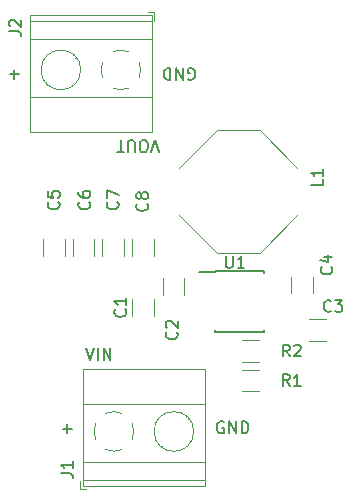
<source format=gbr>
%TF.GenerationSoftware,KiCad,Pcbnew,(5.99.0-10209-gdc0cf3b802)*%
%TF.CreationDate,2021-04-10T19:11:07+02:00*%
%TF.ProjectId,BUCK_LMR33630,4255434b-5f4c-44d5-9233-333633302e6b,rev?*%
%TF.SameCoordinates,Original*%
%TF.FileFunction,Legend,Top*%
%TF.FilePolarity,Positive*%
%FSLAX46Y46*%
G04 Gerber Fmt 4.6, Leading zero omitted, Abs format (unit mm)*
G04 Created by KiCad (PCBNEW (5.99.0-10209-gdc0cf3b802)) date 2021-04-10 19:11:07*
%MOMM*%
%LPD*%
G01*
G04 APERTURE LIST*
%ADD10C,0.150000*%
%ADD11C,0.120000*%
G04 APERTURE END LIST*
D10*
X126738095Y-94504500D02*
X126642857Y-94456880D01*
X126500000Y-94456880D01*
X126357142Y-94504500D01*
X126261904Y-94599738D01*
X126214285Y-94694976D01*
X126166666Y-94885452D01*
X126166666Y-95028309D01*
X126214285Y-95218785D01*
X126261904Y-95314023D01*
X126357142Y-95409261D01*
X126500000Y-95456880D01*
X126595238Y-95456880D01*
X126738095Y-95409261D01*
X126785714Y-95361642D01*
X126785714Y-95028309D01*
X126595238Y-95028309D01*
X127214285Y-95456880D02*
X127214285Y-94456880D01*
X127785714Y-95456880D01*
X127785714Y-94456880D01*
X128261904Y-95456880D02*
X128261904Y-94456880D01*
X128500000Y-94456880D01*
X128642857Y-94504500D01*
X128738095Y-94599738D01*
X128785714Y-94694976D01*
X128833333Y-94885452D01*
X128833333Y-95028309D01*
X128785714Y-95218785D01*
X128738095Y-95314023D01*
X128642857Y-95409261D01*
X128500000Y-95456880D01*
X128261904Y-95456880D01*
X121261904Y-71657619D02*
X120928571Y-70657619D01*
X120595238Y-71657619D01*
X120071428Y-71657619D02*
X119880952Y-71657619D01*
X119785714Y-71610000D01*
X119690476Y-71514761D01*
X119642857Y-71324285D01*
X119642857Y-70990952D01*
X119690476Y-70800476D01*
X119785714Y-70705238D01*
X119880952Y-70657619D01*
X120071428Y-70657619D01*
X120166666Y-70705238D01*
X120261904Y-70800476D01*
X120309523Y-70990952D01*
X120309523Y-71324285D01*
X120261904Y-71514761D01*
X120166666Y-71610000D01*
X120071428Y-71657619D01*
X119214285Y-71657619D02*
X119214285Y-70848095D01*
X119166666Y-70752857D01*
X119119047Y-70705238D01*
X119023809Y-70657619D01*
X118833333Y-70657619D01*
X118738095Y-70705238D01*
X118690476Y-70752857D01*
X118642857Y-70848095D01*
X118642857Y-71657619D01*
X118309523Y-71657619D02*
X117738095Y-71657619D01*
X118023809Y-70657619D02*
X118023809Y-71657619D01*
X115104761Y-88247380D02*
X115438095Y-89247380D01*
X115771428Y-88247380D01*
X116104761Y-89247380D02*
X116104761Y-88247380D01*
X116580952Y-89247380D02*
X116580952Y-88247380D01*
X117152380Y-89247380D01*
X117152380Y-88247380D01*
X113119047Y-95071428D02*
X113880952Y-95071428D01*
X113500000Y-95452380D02*
X113500000Y-94690476D01*
X108619047Y-65071428D02*
X109380952Y-65071428D01*
X109000000Y-65452380D02*
X109000000Y-64690476D01*
X123761904Y-65500000D02*
X123857142Y-65547619D01*
X124000000Y-65547619D01*
X124142857Y-65500000D01*
X124238095Y-65404761D01*
X124285714Y-65309523D01*
X124333333Y-65119047D01*
X124333333Y-64976190D01*
X124285714Y-64785714D01*
X124238095Y-64690476D01*
X124142857Y-64595238D01*
X124000000Y-64547619D01*
X123904761Y-64547619D01*
X123761904Y-64595238D01*
X123714285Y-64642857D01*
X123714285Y-64976190D01*
X123904761Y-64976190D01*
X123285714Y-64547619D02*
X123285714Y-65547619D01*
X122714285Y-64547619D01*
X122714285Y-65547619D01*
X122238095Y-64547619D02*
X122238095Y-65547619D01*
X122000000Y-65547619D01*
X121857142Y-65500000D01*
X121761904Y-65404761D01*
X121714285Y-65309523D01*
X121666666Y-65119047D01*
X121666666Y-64976190D01*
X121714285Y-64785714D01*
X121761904Y-64690476D01*
X121857142Y-64595238D01*
X122000000Y-64547619D01*
X122238095Y-64547619D01*
%TO.C,C7*%
X117757142Y-75886666D02*
X117804761Y-75934285D01*
X117852380Y-76077142D01*
X117852380Y-76172380D01*
X117804761Y-76315238D01*
X117709523Y-76410476D01*
X117614285Y-76458095D01*
X117423809Y-76505714D01*
X117280952Y-76505714D01*
X117090476Y-76458095D01*
X116995238Y-76410476D01*
X116900000Y-76315238D01*
X116852380Y-76172380D01*
X116852380Y-76077142D01*
X116900000Y-75934285D01*
X116947619Y-75886666D01*
X116852380Y-75553333D02*
X116852380Y-74886666D01*
X117852380Y-75315238D01*
%TO.C,C8*%
X120257142Y-76006666D02*
X120304761Y-76054285D01*
X120352380Y-76197142D01*
X120352380Y-76292380D01*
X120304761Y-76435238D01*
X120209523Y-76530476D01*
X120114285Y-76578095D01*
X119923809Y-76625714D01*
X119780952Y-76625714D01*
X119590476Y-76578095D01*
X119495238Y-76530476D01*
X119400000Y-76435238D01*
X119352380Y-76292380D01*
X119352380Y-76197142D01*
X119400000Y-76054285D01*
X119447619Y-76006666D01*
X119780952Y-75435238D02*
X119733333Y-75530476D01*
X119685714Y-75578095D01*
X119590476Y-75625714D01*
X119542857Y-75625714D01*
X119447619Y-75578095D01*
X119400000Y-75530476D01*
X119352380Y-75435238D01*
X119352380Y-75244761D01*
X119400000Y-75149523D01*
X119447619Y-75101904D01*
X119542857Y-75054285D01*
X119590476Y-75054285D01*
X119685714Y-75101904D01*
X119733333Y-75149523D01*
X119780952Y-75244761D01*
X119780952Y-75435238D01*
X119828571Y-75530476D01*
X119876190Y-75578095D01*
X119971428Y-75625714D01*
X120161904Y-75625714D01*
X120257142Y-75578095D01*
X120304761Y-75530476D01*
X120352380Y-75435238D01*
X120352380Y-75244761D01*
X120304761Y-75149523D01*
X120257142Y-75101904D01*
X120161904Y-75054285D01*
X119971428Y-75054285D01*
X119876190Y-75101904D01*
X119828571Y-75149523D01*
X119780952Y-75244761D01*
%TO.C,C4*%
X135857142Y-81366666D02*
X135904761Y-81414285D01*
X135952380Y-81557142D01*
X135952380Y-81652380D01*
X135904761Y-81795238D01*
X135809523Y-81890476D01*
X135714285Y-81938095D01*
X135523809Y-81985714D01*
X135380952Y-81985714D01*
X135190476Y-81938095D01*
X135095238Y-81890476D01*
X135000000Y-81795238D01*
X134952380Y-81652380D01*
X134952380Y-81557142D01*
X135000000Y-81414285D01*
X135047619Y-81366666D01*
X135285714Y-80509523D02*
X135952380Y-80509523D01*
X134904761Y-80747619D02*
X135619047Y-80985714D01*
X135619047Y-80366666D01*
%TO.C,R2*%
X132333333Y-88952380D02*
X132000000Y-88476190D01*
X131761904Y-88952380D02*
X131761904Y-87952380D01*
X132142857Y-87952380D01*
X132238095Y-88000000D01*
X132285714Y-88047619D01*
X132333333Y-88142857D01*
X132333333Y-88285714D01*
X132285714Y-88380952D01*
X132238095Y-88428571D01*
X132142857Y-88476190D01*
X131761904Y-88476190D01*
X132714285Y-88047619D02*
X132761904Y-88000000D01*
X132857142Y-87952380D01*
X133095238Y-87952380D01*
X133190476Y-88000000D01*
X133238095Y-88047619D01*
X133285714Y-88142857D01*
X133285714Y-88238095D01*
X133238095Y-88380952D01*
X132666666Y-88952380D01*
X133285714Y-88952380D01*
%TO.C,C1*%
X118407142Y-84966666D02*
X118454761Y-85014285D01*
X118502380Y-85157142D01*
X118502380Y-85252380D01*
X118454761Y-85395238D01*
X118359523Y-85490476D01*
X118264285Y-85538095D01*
X118073809Y-85585714D01*
X117930952Y-85585714D01*
X117740476Y-85538095D01*
X117645238Y-85490476D01*
X117550000Y-85395238D01*
X117502380Y-85252380D01*
X117502380Y-85157142D01*
X117550000Y-85014285D01*
X117597619Y-84966666D01*
X118502380Y-84014285D02*
X118502380Y-84585714D01*
X118502380Y-84300000D02*
X117502380Y-84300000D01*
X117645238Y-84395238D01*
X117740476Y-84490476D01*
X117788095Y-84585714D01*
%TO.C,C3*%
X135833333Y-85077142D02*
X135785714Y-85124761D01*
X135642857Y-85172380D01*
X135547619Y-85172380D01*
X135404761Y-85124761D01*
X135309523Y-85029523D01*
X135261904Y-84934285D01*
X135214285Y-84743809D01*
X135214285Y-84600952D01*
X135261904Y-84410476D01*
X135309523Y-84315238D01*
X135404761Y-84220000D01*
X135547619Y-84172380D01*
X135642857Y-84172380D01*
X135785714Y-84220000D01*
X135833333Y-84267619D01*
X136166666Y-84172380D02*
X136785714Y-84172380D01*
X136452380Y-84553333D01*
X136595238Y-84553333D01*
X136690476Y-84600952D01*
X136738095Y-84648571D01*
X136785714Y-84743809D01*
X136785714Y-84981904D01*
X136738095Y-85077142D01*
X136690476Y-85124761D01*
X136595238Y-85172380D01*
X136309523Y-85172380D01*
X136214285Y-85124761D01*
X136166666Y-85077142D01*
%TO.C,J2*%
X108597380Y-61428333D02*
X109311666Y-61428333D01*
X109454523Y-61475952D01*
X109549761Y-61571190D01*
X109597380Y-61714047D01*
X109597380Y-61809285D01*
X108692619Y-60999761D02*
X108645000Y-60952142D01*
X108597380Y-60856904D01*
X108597380Y-60618809D01*
X108645000Y-60523571D01*
X108692619Y-60475952D01*
X108787857Y-60428333D01*
X108883095Y-60428333D01*
X109025952Y-60475952D01*
X109597380Y-61047380D01*
X109597380Y-60428333D01*
%TO.C,C5*%
X112757142Y-75886666D02*
X112804761Y-75934285D01*
X112852380Y-76077142D01*
X112852380Y-76172380D01*
X112804761Y-76315238D01*
X112709523Y-76410476D01*
X112614285Y-76458095D01*
X112423809Y-76505714D01*
X112280952Y-76505714D01*
X112090476Y-76458095D01*
X111995238Y-76410476D01*
X111900000Y-76315238D01*
X111852380Y-76172380D01*
X111852380Y-76077142D01*
X111900000Y-75934285D01*
X111947619Y-75886666D01*
X111852380Y-74981904D02*
X111852380Y-75458095D01*
X112328571Y-75505714D01*
X112280952Y-75458095D01*
X112233333Y-75362857D01*
X112233333Y-75124761D01*
X112280952Y-75029523D01*
X112328571Y-74981904D01*
X112423809Y-74934285D01*
X112661904Y-74934285D01*
X112757142Y-74981904D01*
X112804761Y-75029523D01*
X112852380Y-75124761D01*
X112852380Y-75362857D01*
X112804761Y-75458095D01*
X112757142Y-75505714D01*
%TO.C,U1*%
X126938095Y-80452380D02*
X126938095Y-81261904D01*
X126985714Y-81357142D01*
X127033333Y-81404761D01*
X127128571Y-81452380D01*
X127319047Y-81452380D01*
X127414285Y-81404761D01*
X127461904Y-81357142D01*
X127509523Y-81261904D01*
X127509523Y-80452380D01*
X128509523Y-81452380D02*
X127938095Y-81452380D01*
X128223809Y-81452380D02*
X128223809Y-80452380D01*
X128128571Y-80595238D01*
X128033333Y-80690476D01*
X127938095Y-80738095D01*
%TO.C,L1*%
X135152380Y-73966666D02*
X135152380Y-74442857D01*
X134152380Y-74442857D01*
X135152380Y-73109523D02*
X135152380Y-73680952D01*
X135152380Y-73395238D02*
X134152380Y-73395238D01*
X134295238Y-73490476D01*
X134390476Y-73585714D01*
X134438095Y-73680952D01*
%TO.C,C6*%
X115357142Y-75886666D02*
X115404761Y-75934285D01*
X115452380Y-76077142D01*
X115452380Y-76172380D01*
X115404761Y-76315238D01*
X115309523Y-76410476D01*
X115214285Y-76458095D01*
X115023809Y-76505714D01*
X114880952Y-76505714D01*
X114690476Y-76458095D01*
X114595238Y-76410476D01*
X114500000Y-76315238D01*
X114452380Y-76172380D01*
X114452380Y-76077142D01*
X114500000Y-75934285D01*
X114547619Y-75886666D01*
X114452380Y-75029523D02*
X114452380Y-75220000D01*
X114500000Y-75315238D01*
X114547619Y-75362857D01*
X114690476Y-75458095D01*
X114880952Y-75505714D01*
X115261904Y-75505714D01*
X115357142Y-75458095D01*
X115404761Y-75410476D01*
X115452380Y-75315238D01*
X115452380Y-75124761D01*
X115404761Y-75029523D01*
X115357142Y-74981904D01*
X115261904Y-74934285D01*
X115023809Y-74934285D01*
X114928571Y-74981904D01*
X114880952Y-75029523D01*
X114833333Y-75124761D01*
X114833333Y-75315238D01*
X114880952Y-75410476D01*
X114928571Y-75458095D01*
X115023809Y-75505714D01*
%TO.C,C2*%
X122757142Y-86886666D02*
X122804761Y-86934285D01*
X122852380Y-87077142D01*
X122852380Y-87172380D01*
X122804761Y-87315238D01*
X122709523Y-87410476D01*
X122614285Y-87458095D01*
X122423809Y-87505714D01*
X122280952Y-87505714D01*
X122090476Y-87458095D01*
X121995238Y-87410476D01*
X121900000Y-87315238D01*
X121852380Y-87172380D01*
X121852380Y-87077142D01*
X121900000Y-86934285D01*
X121947619Y-86886666D01*
X121947619Y-86505714D02*
X121900000Y-86458095D01*
X121852380Y-86362857D01*
X121852380Y-86124761D01*
X121900000Y-86029523D01*
X121947619Y-85981904D01*
X122042857Y-85934285D01*
X122138095Y-85934285D01*
X122280952Y-85981904D01*
X122852380Y-86553333D01*
X122852380Y-85934285D01*
%TO.C,R1*%
X132333333Y-91452380D02*
X132000000Y-90976190D01*
X131761904Y-91452380D02*
X131761904Y-90452380D01*
X132142857Y-90452380D01*
X132238095Y-90500000D01*
X132285714Y-90547619D01*
X132333333Y-90642857D01*
X132333333Y-90785714D01*
X132285714Y-90880952D01*
X132238095Y-90928571D01*
X132142857Y-90976190D01*
X131761904Y-90976190D01*
X133285714Y-91452380D02*
X132714285Y-91452380D01*
X133000000Y-91452380D02*
X133000000Y-90452380D01*
X132904761Y-90595238D01*
X132809523Y-90690476D01*
X132714285Y-90738095D01*
%TO.C,J1*%
X112952380Y-98833333D02*
X113666666Y-98833333D01*
X113809523Y-98880952D01*
X113904761Y-98976190D01*
X113952380Y-99119047D01*
X113952380Y-99214285D01*
X113952380Y-97833333D02*
X113952380Y-98404761D01*
X113952380Y-98119047D02*
X112952380Y-98119047D01*
X113095238Y-98214285D01*
X113190476Y-98309523D01*
X113238095Y-98404761D01*
D11*
%TO.C,C7*%
X116490000Y-79008748D02*
X116490000Y-80431252D01*
X118310000Y-79008748D02*
X118310000Y-80431252D01*
%TO.C,C8*%
X120810000Y-79008748D02*
X120810000Y-80431252D01*
X118990000Y-79008748D02*
X118990000Y-80431252D01*
%TO.C,C4*%
X132490000Y-82188748D02*
X132490000Y-83611252D01*
X134310000Y-82188748D02*
X134310000Y-83611252D01*
%TO.C,R2*%
X129727064Y-87590000D02*
X128272936Y-87590000D01*
X129727064Y-89410000D02*
X128272936Y-89410000D01*
%TO.C,C1*%
X118990000Y-85511252D02*
X118990000Y-84088748D01*
X120810000Y-85511252D02*
X120810000Y-84088748D01*
%TO.C,C3*%
X133988748Y-87610000D02*
X135411252Y-87610000D01*
X133988748Y-85790000D02*
X135411252Y-85790000D01*
%TO.C,J2*%
X110365000Y-69956000D02*
X110365000Y-60035000D01*
X120645000Y-69956000D02*
X110365000Y-69956000D01*
X120645000Y-62095000D02*
X110365000Y-62095000D01*
X111690000Y-65764000D02*
X111737000Y-65718000D01*
X120645000Y-60595000D02*
X110365000Y-60595000D01*
X120885000Y-59795000D02*
X120385000Y-59795000D01*
X113999000Y-63456000D02*
X114034000Y-63421000D01*
X120645000Y-66996000D02*
X110365000Y-66996000D01*
X114192000Y-63672000D02*
X114239000Y-63626000D01*
X120885000Y-60535000D02*
X120885000Y-59795000D01*
X120645000Y-60035000D02*
X110365000Y-60035000D01*
X120645000Y-69956000D02*
X120645000Y-60035000D01*
X111895000Y-65970000D02*
X111930000Y-65934000D01*
X119580426Y-64011958D02*
G75*
G02*
X119580000Y-65379000I-1535426J-683042D01*
G01*
X118728042Y-66230426D02*
G75*
G02*
X117361000Y-66230000I-683042J1535426D01*
G01*
X117361682Y-63160244D02*
G75*
G02*
X118045000Y-63015000I683318J-1534756D01*
G01*
X116509574Y-65378042D02*
G75*
G02*
X116510000Y-64011000I1535426J683042D01*
G01*
X118016195Y-63014747D02*
G75*
G02*
X118729000Y-63160000I28805J-1680253D01*
G01*
X114645000Y-64695000D02*
G75*
G03*
X114645000Y-64695000I-1680000J0D01*
G01*
%TO.C,C5*%
X111490000Y-79008748D02*
X111490000Y-80431252D01*
X113310000Y-79008748D02*
X113310000Y-80431252D01*
D10*
%TO.C,U1*%
X126025000Y-81725000D02*
X126025000Y-81775000D01*
X126025000Y-81725000D02*
X130175000Y-81725000D01*
X126025000Y-81775000D02*
X124625000Y-81775000D01*
X126025000Y-86875000D02*
X130175000Y-86875000D01*
X130175000Y-81725000D02*
X130175000Y-81870000D01*
X126025000Y-86875000D02*
X126025000Y-86730000D01*
X130175000Y-86875000D02*
X130175000Y-86730000D01*
D11*
%TO.C,L1*%
X126200000Y-80200000D02*
X123000000Y-77000000D01*
X129800000Y-80200000D02*
X126200000Y-80200000D01*
X126200000Y-69800000D02*
X123000000Y-73000000D01*
X126200000Y-69800000D02*
X129800000Y-69800000D01*
X129800000Y-69800000D02*
X133000000Y-73000000D01*
X129800000Y-80200000D02*
X133000000Y-77000000D01*
%TO.C,C6*%
X113990000Y-79008748D02*
X113990000Y-80431252D01*
X115810000Y-79008748D02*
X115810000Y-80431252D01*
%TO.C,C2*%
X121590000Y-83711252D02*
X121590000Y-82288748D01*
X123410000Y-83711252D02*
X123410000Y-82288748D01*
%TO.C,R1*%
X128272936Y-90090000D02*
X129727064Y-90090000D01*
X128272936Y-91910000D02*
X129727064Y-91910000D01*
%TO.C,J1*%
X114855000Y-90044000D02*
X125135000Y-90044000D01*
X114615000Y-100205000D02*
X115115000Y-100205000D01*
X114855000Y-99405000D02*
X125135000Y-99405000D01*
X123605000Y-94030000D02*
X123570000Y-94066000D01*
X114615000Y-99465000D02*
X114615000Y-100205000D01*
X114855000Y-99965000D02*
X125135000Y-99965000D01*
X114855000Y-93004000D02*
X125135000Y-93004000D01*
X125135000Y-90044000D02*
X125135000Y-99965000D01*
X114855000Y-97905000D02*
X125135000Y-97905000D01*
X114855000Y-90044000D02*
X114855000Y-99965000D01*
X121308000Y-96328000D02*
X121261000Y-96374000D01*
X121501000Y-96544000D02*
X121466000Y-96579000D01*
X123810000Y-94236000D02*
X123763000Y-94282000D01*
X118138318Y-96839756D02*
G75*
G02*
X117455000Y-96985000I-683318J1534756D01*
G01*
X115919574Y-95988042D02*
G75*
G02*
X115920000Y-94621000I1535426J683042D01*
G01*
X117483805Y-96985253D02*
G75*
G02*
X116771000Y-96840000I-28805J1680253D01*
G01*
X116771958Y-93769574D02*
G75*
G02*
X118139000Y-93770000I683042J-1535426D01*
G01*
X118990426Y-94621958D02*
G75*
G02*
X118990000Y-95989000I-1535426J-683042D01*
G01*
X124215000Y-95305000D02*
G75*
G03*
X124215000Y-95305000I-1680000J0D01*
G01*
%TD*%
M02*

</source>
